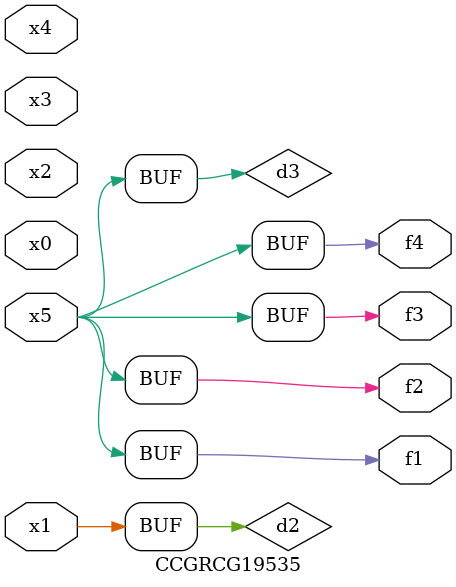
<source format=v>
module CCGRCG19535(
	input x0, x1, x2, x3, x4, x5,
	output f1, f2, f3, f4
);

	wire d1, d2, d3;

	not (d1, x5);
	or (d2, x1);
	xnor (d3, d1);
	assign f1 = d3;
	assign f2 = d3;
	assign f3 = d3;
	assign f4 = d3;
endmodule

</source>
